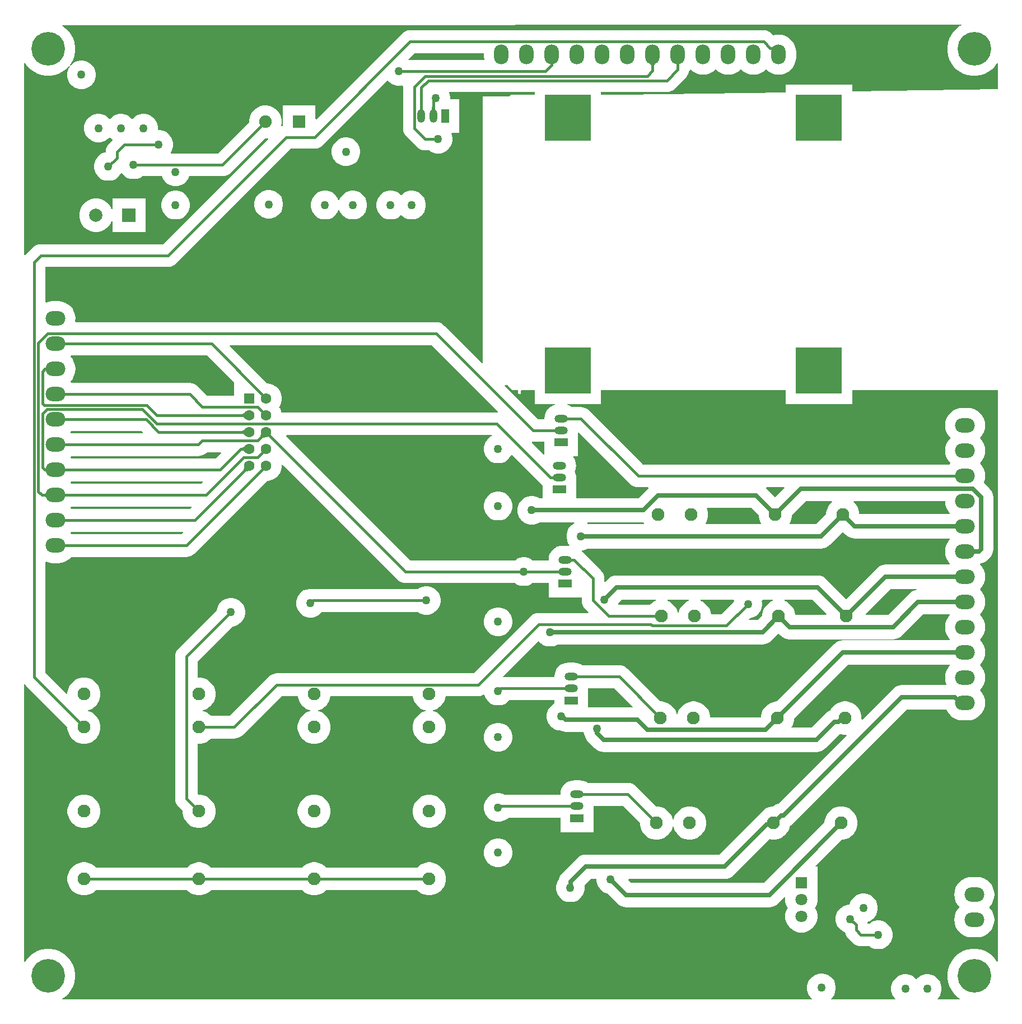
<source format=gbl>
G04*
G04 #@! TF.GenerationSoftware,Altium Limited,Altium Designer,22.3.1 (43)*
G04*
G04 Layer_Physical_Order=4*
G04 Layer_Color=16711680*
%FSLAX25Y25*%
%MOIN*%
G70*
G04*
G04 #@! TF.SameCoordinates,42F2F30E-D50D-475D-B1A6-53A476FFABF4*
G04*
G04*
G04 #@! TF.FilePolarity,Positive*
G04*
G01*
G75*
%ADD14C,0.01500*%
%ADD30R,0.07874X0.07874*%
%ADD65C,0.02500*%
%ADD68R,0.27559X0.27559*%
%ADD69C,0.07677*%
%ADD70O,0.11811X0.08661*%
%ADD71C,0.06299*%
%ADD72R,0.06299X0.06299*%
%ADD73C,0.20000*%
%ADD74R,0.07480X0.07480*%
%ADD75C,0.07480*%
%ADD76O,0.07874X0.04724*%
%ADD77R,0.07874X0.04724*%
%ADD78C,0.07087*%
%ADD79R,0.07087X0.07087*%
%ADD80O,0.04724X0.07874*%
%ADD81R,0.04724X0.07874*%
%ADD82O,0.08661X0.11811*%
%ADD83C,0.07874*%
%ADD84C,0.05000*%
G36*
X279119Y565925D02*
X279244Y564653D01*
X278909Y564283D01*
X234328D01*
X234137Y564745D01*
X237809Y568418D01*
X279119D01*
Y565925D01*
D02*
G37*
G36*
X380854Y561866D02*
X380727Y561814D01*
X380615Y561728D01*
X380518Y561608D01*
X380436Y561453D01*
X380369Y561264D01*
X380317Y561041D01*
X380280Y560783D01*
X380257Y560491D01*
X380250Y560164D01*
X378750D01*
X378743Y560491D01*
X378720Y560783D01*
X378683Y561041D01*
X378631Y561264D01*
X378564Y561453D01*
X378482Y561608D01*
X378385Y561728D01*
X378273Y561814D01*
X378146Y561866D01*
X378005Y561883D01*
X380995D01*
X380854Y561866D01*
D02*
G37*
G36*
X563355Y584996D02*
X562480Y584551D01*
X560443Y583070D01*
X558662Y581289D01*
X557182Y579252D01*
X556038Y577008D01*
X555260Y574613D01*
X554866Y572125D01*
Y569607D01*
X555260Y567120D01*
X556038Y564724D01*
X557182Y562480D01*
X558662Y560443D01*
X560443Y558662D01*
X562480Y557182D01*
X564724Y556038D01*
X567120Y555260D01*
X569607Y554866D01*
X572125D01*
X574613Y555260D01*
X577008Y556038D01*
X579252Y557182D01*
X581289Y558662D01*
X583070Y560443D01*
X584500Y562411D01*
X584995Y562374D01*
X585000Y562372D01*
Y546985D01*
X498636Y545721D01*
X498279Y546072D01*
Y549780D01*
X458720D01*
Y545137D01*
X361673Y543717D01*
X349134Y543676D01*
X348780Y544029D01*
Y545318D01*
X388000D01*
X389323Y545448D01*
X390595Y545834D01*
X391768Y546461D01*
X392796Y547304D01*
X399296Y553804D01*
X400140Y554832D01*
X400766Y556005D01*
X401152Y557277D01*
X401232Y558086D01*
X401645Y558424D01*
X402160Y558585D01*
X403733Y557294D01*
X405527Y556335D01*
X407475Y555744D01*
X409500Y555545D01*
X411525Y555744D01*
X413473Y556335D01*
X415267Y557294D01*
X416840Y558585D01*
X417160D01*
X418733Y557294D01*
X420528Y556335D01*
X422475Y555744D01*
X424500Y555545D01*
X426525Y555744D01*
X428473Y556335D01*
X430267Y557294D01*
X431840Y558585D01*
X432160D01*
X433733Y557294D01*
X435528Y556335D01*
X437475Y555744D01*
X439500Y555545D01*
X441525Y555744D01*
X443472Y556335D01*
X445267Y557294D01*
X446840Y558585D01*
X447160D01*
X448733Y557294D01*
X450527Y556335D01*
X452475Y555744D01*
X454500Y555545D01*
X456525Y555744D01*
X458472Y556335D01*
X460267Y557294D01*
X461840Y558585D01*
X463131Y560158D01*
X464090Y561953D01*
X464681Y563900D01*
X464881Y565925D01*
Y569075D01*
X464681Y571100D01*
X464090Y573047D01*
X463131Y574842D01*
X461840Y576415D01*
X460267Y577706D01*
X458472Y578665D01*
X456525Y579256D01*
X454500Y579456D01*
X452475Y579256D01*
X451448Y578944D01*
X450396Y579996D01*
X449368Y580840D01*
X448195Y581467D01*
X446923Y581853D01*
X445600Y581983D01*
X235000D01*
X233677Y581853D01*
X232404Y581467D01*
X231232Y580840D01*
X230204Y579996D01*
X179202Y528995D01*
X178740Y529186D01*
Y537240D01*
X159260D01*
Y525001D01*
X158831Y524833D01*
X158465Y525156D01*
X158740Y526541D01*
Y528459D01*
X158366Y530341D01*
X157632Y532114D01*
X156566Y533709D01*
X155209Y535066D01*
X153614Y536132D01*
X151841Y536866D01*
X149959Y537240D01*
X148041D01*
X146159Y536866D01*
X144386Y536132D01*
X142791Y535066D01*
X141434Y533709D01*
X140368Y532114D01*
X139634Y530341D01*
X139260Y528459D01*
Y527352D01*
X120691Y508783D01*
X92767D01*
X92531Y509224D01*
X93033Y509974D01*
X93673Y511521D01*
X94000Y513163D01*
Y514837D01*
X93673Y516479D01*
X93033Y518026D01*
X92102Y519418D01*
X90918Y520602D01*
X89526Y521533D01*
X87979Y522173D01*
X86337Y522500D01*
X85188D01*
X84871Y522887D01*
X84886Y522962D01*
Y524636D01*
X84559Y526278D01*
X83918Y527825D01*
X82988Y529218D01*
X81804Y530402D01*
X80412Y531332D01*
X78865Y531973D01*
X77223Y532299D01*
X75549D01*
X73906Y531973D01*
X72360Y531332D01*
X70967Y530402D01*
X70035Y529470D01*
X69693Y529270D01*
X69350Y529470D01*
X68418Y530402D01*
X67026Y531332D01*
X65479Y531973D01*
X63837Y532299D01*
X62163D01*
X60521Y531973D01*
X58974Y531332D01*
X57582Y530402D01*
X56650Y529469D01*
X56307Y529270D01*
X55964Y529469D01*
X55032Y530402D01*
X53640Y531332D01*
X52093Y531973D01*
X50451Y532299D01*
X48777D01*
X47135Y531973D01*
X45588Y531332D01*
X44196Y530402D01*
X43012Y529218D01*
X42081Y527825D01*
X41441Y526278D01*
X41114Y524636D01*
Y522962D01*
X41441Y521320D01*
X42081Y519773D01*
X43012Y518381D01*
X44196Y517197D01*
X45588Y516267D01*
X47135Y515626D01*
X48777Y515299D01*
X50451D01*
X52093Y515626D01*
X53640Y516267D01*
X55032Y517197D01*
X55964Y518129D01*
X56307Y518328D01*
X56650Y518129D01*
X57582Y517197D01*
X57927Y516966D01*
X57976Y516468D01*
X55839Y514331D01*
X54995Y513303D01*
X54368Y512131D01*
X53982Y510858D01*
X53852Y509535D01*
Y509339D01*
X53021Y509173D01*
X51474Y508533D01*
X50082Y507602D01*
X48898Y506418D01*
X47967Y505026D01*
X47327Y503479D01*
X47000Y501837D01*
Y500163D01*
X47327Y498521D01*
X47967Y496974D01*
X48898Y495582D01*
X50082Y494398D01*
X51474Y493467D01*
X53021Y492827D01*
X54663Y492500D01*
X56337D01*
X57979Y492827D01*
X59526Y493467D01*
X60918Y494398D01*
X62102Y495582D01*
X63033Y496974D01*
X63060Y497041D01*
X63558Y497090D01*
X63898Y496582D01*
X65082Y495398D01*
X66474Y494467D01*
X68021Y493827D01*
X69663Y493500D01*
X71337D01*
X72979Y493827D01*
X74526Y494467D01*
X75649Y495217D01*
X87349D01*
X87967Y493724D01*
X88898Y492332D01*
X90082Y491148D01*
X91474Y490217D01*
X93021Y489577D01*
X94663Y489250D01*
X96337D01*
X97979Y489577D01*
X99526Y490217D01*
X100918Y491148D01*
X102102Y492332D01*
X103033Y493724D01*
X103651Y495217D01*
X123500D01*
X124823Y495348D01*
X126096Y495734D01*
X127268Y496360D01*
X128296Y497204D01*
X148852Y517760D01*
X149959D01*
X150497Y517867D01*
X150733Y517426D01*
X88090Y454783D01*
X15300D01*
X13977Y454653D01*
X12704Y454267D01*
X11532Y453640D01*
X10504Y452796D01*
X6504Y448796D01*
X6000Y448183D01*
X5500Y448361D01*
Y562392D01*
X5986Y562509D01*
X6001Y562480D01*
X7481Y560443D01*
X9262Y558662D01*
X11299Y557182D01*
X13543Y556038D01*
X15938Y555260D01*
X18426Y554866D01*
X20944D01*
X23432Y555260D01*
X25827Y556038D01*
X28071Y557182D01*
X30108Y558662D01*
X31889Y560443D01*
X32118Y560758D01*
X32529Y560472D01*
X31896Y559526D01*
X31256Y557979D01*
X30929Y556337D01*
Y554663D01*
X31256Y553021D01*
X31896Y551474D01*
X32827Y550081D01*
X34011Y548898D01*
X35403Y547967D01*
X36950Y547327D01*
X38592Y547000D01*
X40266D01*
X41908Y547327D01*
X43455Y547967D01*
X44847Y548898D01*
X46031Y550081D01*
X46962Y551474D01*
X47602Y553021D01*
X47929Y554663D01*
Y556337D01*
X47602Y557979D01*
X46962Y559526D01*
X46031Y560918D01*
X44847Y562102D01*
X43455Y563033D01*
X41908Y563673D01*
X40266Y564000D01*
X38592D01*
X36950Y563673D01*
X35403Y563033D01*
X34011Y562102D01*
X32922Y561014D01*
X32540Y561339D01*
X33369Y562480D01*
X34513Y564724D01*
X35291Y567120D01*
X35685Y569607D01*
Y572125D01*
X35291Y574613D01*
X34513Y577008D01*
X33369Y579252D01*
X31889Y581289D01*
X30108Y583070D01*
X28071Y584551D01*
X28037Y584568D01*
X28153Y585054D01*
X563238Y585483D01*
X563355Y584996D01*
D02*
G37*
G36*
X221898Y552082D02*
X223082Y550898D01*
X224474Y549968D01*
X226021Y549327D01*
X227663Y549000D01*
X229337D01*
X230507Y549233D01*
X230968Y548815D01*
X230917Y548300D01*
Y523600D01*
X231048Y522277D01*
X231433Y521005D01*
X232060Y519832D01*
X232904Y518804D01*
X239204Y512504D01*
X240232Y511661D01*
X241404Y511034D01*
X242677Y510648D01*
X244000Y510518D01*
X246652D01*
X247774Y509768D01*
X249321Y509127D01*
X250963Y508800D01*
X252638D01*
X254280Y509127D01*
X255827Y509768D01*
X257219Y510698D01*
X258403Y511882D01*
X259333Y513274D01*
X259974Y514821D01*
X260300Y516463D01*
Y518138D01*
X259974Y519780D01*
X259614Y520647D01*
X259892Y521063D01*
X264362D01*
Y540937D01*
X258913D01*
Y542337D01*
X258586Y543979D01*
X258204Y544902D01*
X258482Y545318D01*
X309220D01*
Y543546D01*
X299508Y543515D01*
X299500Y544500D01*
Y543515D01*
X295000Y543500D01*
X294230Y542730D01*
X278500Y542500D01*
Y384046D01*
X278038Y383854D01*
X255496Y406396D01*
X254468Y407240D01*
X253295Y407867D01*
X252023Y408253D01*
X250700Y408383D01*
X36231D01*
X35796Y408883D01*
X35956Y410500D01*
X35756Y412525D01*
X35165Y414472D01*
X34206Y416267D01*
X32915Y417840D01*
X31342Y419131D01*
X29547Y420090D01*
X27600Y420681D01*
X25575Y420881D01*
X22425D01*
X20400Y420681D01*
X18583Y420130D01*
X18082Y420384D01*
Y441191D01*
X18109Y441218D01*
X90900D01*
X92223Y441348D01*
X93495Y441734D01*
X94668Y442361D01*
X95696Y443204D01*
X164109Y511618D01*
X178200D01*
X179523Y511748D01*
X180795Y512134D01*
X181968Y512761D01*
X182996Y513604D01*
X221512Y552120D01*
X221898Y552082D01*
D02*
G37*
G36*
X249671Y535937D02*
X249730Y535320D01*
X249782Y535069D01*
X249849Y534857D01*
X249931Y534683D01*
X250027Y534548D01*
X250138Y534452D01*
X250265Y534394D01*
X250406Y534375D01*
X247421D01*
X247562Y534394D01*
X247688Y534452D01*
X247800Y534548D01*
X247896Y534683D01*
X247978Y534857D01*
X248045Y535069D01*
X248097Y535320D01*
X248134Y535609D01*
X248156Y535937D01*
X248163Y536303D01*
X249663D01*
X249671Y535937D01*
D02*
G37*
G36*
X242584D02*
X242644Y535320D01*
X242696Y535069D01*
X242762Y534857D01*
X242844Y534683D01*
X242941Y534548D01*
X243052Y534452D01*
X243178Y534394D01*
X243319Y534375D01*
X240334D01*
X240476Y534394D01*
X240602Y534452D01*
X240713Y534548D01*
X240809Y534683D01*
X240891Y534857D01*
X240958Y535069D01*
X241010Y535320D01*
X241047Y535609D01*
X241069Y535937D01*
X241077Y536303D01*
X242577D01*
X242584Y535937D01*
D02*
G37*
G36*
X130470Y372438D02*
X130350Y372150D01*
X130350D01*
Y364783D01*
X114309D01*
X108796Y370296D01*
X107768Y371140D01*
X106596Y371766D01*
X105323Y372152D01*
X104000Y372283D01*
X33373D01*
X32915Y372840D01*
Y373160D01*
X34206Y374733D01*
X35165Y376527D01*
X35756Y378475D01*
X35956Y380500D01*
X35756Y382525D01*
X35165Y384472D01*
X34206Y386267D01*
X32915Y387840D01*
Y388160D01*
X33373Y388717D01*
X114190D01*
X130470Y372438D01*
D02*
G37*
G36*
X585000Y28179D02*
X584995Y28177D01*
X584500Y28141D01*
X583070Y30108D01*
X581289Y31889D01*
X579252Y33369D01*
X577008Y34513D01*
X574613Y35291D01*
X572125Y35685D01*
X569607D01*
X567120Y35291D01*
X564724Y34513D01*
X562480Y33369D01*
X560443Y31889D01*
X558662Y30108D01*
X557182Y28071D01*
X556038Y25827D01*
X555260Y23432D01*
X554866Y20944D01*
Y18426D01*
X555260Y15938D01*
X556038Y13543D01*
X557182Y11299D01*
X558662Y9262D01*
X560443Y7481D01*
X562480Y6001D01*
X562508Y5986D01*
X562392Y5500D01*
X549174D01*
X548983Y5962D01*
X549602Y6582D01*
X550533Y7974D01*
X551173Y9521D01*
X551500Y11163D01*
Y12837D01*
X551173Y14479D01*
X550533Y16026D01*
X549602Y17418D01*
X548418Y18602D01*
X547026Y19533D01*
X545479Y20173D01*
X543837Y20500D01*
X542163D01*
X540521Y20173D01*
X538974Y19533D01*
X537581Y18602D01*
X536500Y17521D01*
X535418Y18602D01*
X534026Y19533D01*
X532479Y20173D01*
X530837Y20500D01*
X529163D01*
X527521Y20173D01*
X525974Y19533D01*
X524581Y18602D01*
X523398Y17418D01*
X522467Y16026D01*
X521827Y14479D01*
X521500Y12837D01*
Y11163D01*
X521827Y9521D01*
X522467Y7974D01*
X523398Y6582D01*
X524017Y5962D01*
X523826Y5500D01*
X485666D01*
X485521Y6000D01*
X486602Y7081D01*
X487533Y8474D01*
X488173Y10021D01*
X488500Y11663D01*
Y13337D01*
X488173Y14979D01*
X487533Y16526D01*
X486602Y17918D01*
X485418Y19102D01*
X484026Y20033D01*
X482479Y20673D01*
X480837Y21000D01*
X479163D01*
X477521Y20673D01*
X475974Y20033D01*
X474581Y19102D01*
X473398Y17918D01*
X472467Y16526D01*
X471827Y14979D01*
X471500Y13337D01*
Y11663D01*
X471827Y10021D01*
X472467Y8474D01*
X473398Y7081D01*
X474479Y6000D01*
X474334Y5500D01*
X28159D01*
X28043Y5986D01*
X28071Y6001D01*
X30108Y7481D01*
X31889Y9262D01*
X33369Y11299D01*
X34513Y13543D01*
X35291Y15938D01*
X35685Y18426D01*
Y20944D01*
X35291Y23432D01*
X34513Y25827D01*
X33369Y28071D01*
X31889Y30108D01*
X30108Y31889D01*
X28071Y33369D01*
X25827Y34513D01*
X23432Y35291D01*
X20944Y35685D01*
X18426D01*
X15938Y35291D01*
X13543Y34513D01*
X11299Y33369D01*
X9262Y31889D01*
X7481Y30108D01*
X6001Y28071D01*
X5986Y28043D01*
X5500Y28159D01*
Y192839D01*
X6000Y193018D01*
X6504Y192404D01*
X31161Y167747D01*
Y166531D01*
X31539Y164631D01*
X32281Y162840D01*
X33358Y161229D01*
X34728Y159858D01*
X36340Y158782D01*
X38130Y158040D01*
X40031Y157662D01*
X41969D01*
X43870Y158040D01*
X45660Y158782D01*
X47272Y159858D01*
X48642Y161229D01*
X49719Y162840D01*
X50460Y164631D01*
X50839Y166531D01*
Y168469D01*
X50460Y170370D01*
X49719Y172161D01*
X48642Y173772D01*
X47272Y175143D01*
X45660Y176219D01*
X43870Y176961D01*
X43231Y177088D01*
Y177598D01*
X43870Y177725D01*
X45660Y178466D01*
X47272Y179543D01*
X48642Y180914D01*
X49719Y182525D01*
X50460Y184316D01*
X50839Y186216D01*
Y188154D01*
X50460Y190055D01*
X49719Y191846D01*
X48642Y193457D01*
X47272Y194827D01*
X45660Y195904D01*
X43870Y196646D01*
X41969Y197024D01*
X40031D01*
X38130Y196646D01*
X36340Y195904D01*
X34728Y194827D01*
X33358Y193457D01*
X32281Y191846D01*
X31539Y190055D01*
X31161Y188154D01*
Y187584D01*
X30700Y187393D01*
X18082Y200010D01*
Y265616D01*
X18583Y265870D01*
X20400Y265319D01*
X22425Y265119D01*
X25575D01*
X27600Y265319D01*
X29547Y265910D01*
X31342Y266869D01*
X32915Y268160D01*
X33373Y268717D01*
X102000D01*
X103323Y268848D01*
X104596Y269234D01*
X105768Y269860D01*
X106796Y270704D01*
X149943Y313850D01*
X150401D01*
X152169Y314202D01*
X153834Y314892D01*
X155333Y315893D01*
X156607Y317167D01*
X157608Y318666D01*
X158298Y320331D01*
X158650Y322099D01*
Y323551D01*
X159150Y323758D01*
X227704Y255204D01*
X228732Y254360D01*
X229904Y253734D01*
X231177Y253348D01*
X232500Y253217D01*
X297560D01*
X298682Y252467D01*
X300229Y251827D01*
X301871Y251500D01*
X303546D01*
X305188Y251827D01*
X306735Y252467D01*
X307857Y253217D01*
X317563D01*
Y244551D01*
X337217D01*
Y242900D01*
X337348Y241577D01*
X337733Y240305D01*
X338360Y239132D01*
X339204Y238104D01*
X341363Y235945D01*
X341172Y235483D01*
X311600D01*
X310277Y235353D01*
X309004Y234967D01*
X307832Y234340D01*
X306804Y233496D01*
X272890Y199583D01*
X155800D01*
X154476Y199453D01*
X153204Y199067D01*
X152032Y198440D01*
X151004Y197596D01*
X127690Y174283D01*
X116631D01*
X115772Y175143D01*
X114160Y176219D01*
X112370Y176961D01*
X111731Y177088D01*
Y177598D01*
X112370Y177725D01*
X114160Y178466D01*
X115772Y179543D01*
X117142Y180914D01*
X118219Y182525D01*
X118960Y184316D01*
X119339Y186216D01*
Y188154D01*
X118960Y190055D01*
X118219Y191846D01*
X117142Y193457D01*
X115772Y194827D01*
X114160Y195904D01*
X112370Y196646D01*
X110469Y197024D01*
X108783D01*
Y206691D01*
X129555Y227464D01*
X130879Y227727D01*
X132426Y228368D01*
X133818Y229298D01*
X135002Y230482D01*
X135932Y231874D01*
X136573Y233421D01*
X136900Y235063D01*
Y236738D01*
X136573Y238380D01*
X135932Y239927D01*
X135002Y241319D01*
X133818Y242503D01*
X132426Y243433D01*
X130879Y244074D01*
X129237Y244400D01*
X127563D01*
X125920Y244074D01*
X124373Y243433D01*
X122981Y242503D01*
X121797Y241319D01*
X120867Y239927D01*
X120226Y238380D01*
X119963Y237056D01*
X97204Y214297D01*
X96360Y213269D01*
X95734Y212096D01*
X95348Y210824D01*
X95217Y209501D01*
Y125000D01*
X95348Y123677D01*
X95734Y122405D01*
X96360Y121232D01*
X97204Y120204D01*
X99661Y117747D01*
Y116531D01*
X100040Y114631D01*
X100781Y112840D01*
X101858Y111229D01*
X103228Y109858D01*
X104840Y108782D01*
X106630Y108040D01*
X108531Y107662D01*
X110469D01*
X112370Y108040D01*
X114160Y108782D01*
X115772Y109858D01*
X117142Y111229D01*
X118219Y112840D01*
X118960Y114631D01*
X119339Y116531D01*
Y118469D01*
X118960Y120370D01*
X118219Y122161D01*
X117142Y123772D01*
X115772Y125143D01*
X114160Y126219D01*
X112370Y126961D01*
X110469Y127339D01*
X109254D01*
X108783Y127810D01*
Y157662D01*
X110469D01*
X112370Y158040D01*
X114160Y158782D01*
X115772Y159858D01*
X116631Y160718D01*
X130500D01*
X131823Y160848D01*
X133095Y161234D01*
X134268Y161861D01*
X135296Y162704D01*
X158609Y186018D01*
X168201D01*
X168540Y184316D01*
X169281Y182525D01*
X170358Y180914D01*
X171728Y179543D01*
X173340Y178466D01*
X175130Y177725D01*
X175769Y177598D01*
Y177088D01*
X175130Y176961D01*
X173340Y176219D01*
X171728Y175143D01*
X170358Y173772D01*
X169281Y172161D01*
X168540Y170370D01*
X168161Y168469D01*
Y166531D01*
X168540Y164631D01*
X169281Y162840D01*
X170358Y161229D01*
X171728Y159858D01*
X173340Y158782D01*
X175130Y158040D01*
X177031Y157662D01*
X178969D01*
X180870Y158040D01*
X182660Y158782D01*
X184272Y159858D01*
X185642Y161229D01*
X186719Y162840D01*
X187460Y164631D01*
X187839Y166531D01*
Y168469D01*
X187460Y170370D01*
X186719Y172161D01*
X185642Y173772D01*
X184272Y175143D01*
X182660Y176219D01*
X180870Y176961D01*
X180231Y177088D01*
Y177598D01*
X180870Y177725D01*
X182660Y178466D01*
X184272Y179543D01*
X185642Y180914D01*
X186719Y182525D01*
X187460Y184316D01*
X187799Y186018D01*
X236701D01*
X237039Y184316D01*
X237781Y182525D01*
X238858Y180914D01*
X240228Y179543D01*
X241840Y178466D01*
X243630Y177725D01*
X244269Y177598D01*
Y177088D01*
X243630Y176961D01*
X241840Y176219D01*
X240228Y175143D01*
X238858Y173772D01*
X237781Y172161D01*
X237039Y170370D01*
X236661Y168469D01*
Y166531D01*
X237039Y164631D01*
X237781Y162840D01*
X238858Y161229D01*
X240228Y159858D01*
X241840Y158782D01*
X243630Y158040D01*
X245531Y157662D01*
X247469D01*
X249370Y158040D01*
X251160Y158782D01*
X252772Y159858D01*
X254142Y161229D01*
X255219Y162840D01*
X255960Y164631D01*
X256339Y166531D01*
Y168469D01*
X255960Y170370D01*
X255219Y172161D01*
X254142Y173772D01*
X252772Y175143D01*
X251160Y176219D01*
X249370Y176961D01*
X248731Y177088D01*
Y177598D01*
X249370Y177725D01*
X251160Y178466D01*
X252772Y179543D01*
X254142Y180914D01*
X255219Y182525D01*
X255960Y184316D01*
X256299Y186018D01*
X275700D01*
X277023Y186148D01*
X278295Y186534D01*
X278855Y186833D01*
X279307Y186619D01*
X279327Y186521D01*
X279968Y184974D01*
X280898Y183582D01*
X282082Y182398D01*
X283474Y181468D01*
X285021Y180827D01*
X286663Y180500D01*
X288337D01*
X289980Y180827D01*
X291527Y181468D01*
X292919Y182398D01*
X294103Y183582D01*
X294193Y183717D01*
X321063D01*
Y181570D01*
X320974Y181533D01*
X319582Y180602D01*
X318398Y179418D01*
X317467Y178026D01*
X316827Y176479D01*
X316500Y174837D01*
Y173163D01*
X316827Y171521D01*
X317467Y169974D01*
X318398Y168582D01*
X319582Y167398D01*
X320974Y166467D01*
X322521Y165827D01*
X324163Y165500D01*
X324457D01*
X324889Y165269D01*
X326255Y164855D01*
X327677Y164715D01*
X338182D01*
X338256Y164341D01*
X338897Y162794D01*
X339398Y162044D01*
X339699Y161053D01*
X340372Y159793D01*
X341278Y158689D01*
X345119Y154849D01*
X346223Y153943D01*
X347482Y153270D01*
X348849Y152855D01*
X350270Y152715D01*
X477098D01*
X478519Y152855D01*
X479885Y153270D01*
X481145Y153943D01*
X482249Y154849D01*
X490672Y163271D01*
X491520Y163355D01*
X491733Y163419D01*
X493031Y163161D01*
X494695D01*
X494902Y162661D01*
X454234Y121993D01*
X453144Y121662D01*
X451884Y120989D01*
X451091Y120338D01*
X450531D01*
X448630Y119960D01*
X446839Y119219D01*
X445228Y118142D01*
X443857Y116771D01*
X442867Y115289D01*
X442101Y114661D01*
X419226Y91785D01*
X339743D01*
X338322Y91645D01*
X336955Y91230D01*
X335696Y90557D01*
X334592Y89651D01*
X325640Y80699D01*
X324734Y79595D01*
X324061Y78336D01*
X323687Y77103D01*
X322967Y76026D01*
X322327Y74479D01*
X322000Y72837D01*
Y71163D01*
X322327Y69521D01*
X322967Y67974D01*
X323898Y66582D01*
X325082Y65398D01*
X326474Y64467D01*
X328021Y63827D01*
X329663Y63500D01*
X331337D01*
X332979Y63827D01*
X334526Y64467D01*
X335918Y65398D01*
X337102Y66582D01*
X338033Y67974D01*
X338673Y69521D01*
X339000Y71163D01*
Y72837D01*
X338898Y73352D01*
X342761Y77215D01*
X346000D01*
Y76163D01*
X346327Y74521D01*
X346967Y72974D01*
X347898Y71582D01*
X349082Y70398D01*
X350474Y69467D01*
X352021Y68827D01*
X352458Y68740D01*
X358599Y62599D01*
X359703Y61693D01*
X360962Y61019D01*
X362329Y60605D01*
X363750Y60465D01*
X448907D01*
X450329Y60605D01*
X451695Y61019D01*
X452955Y61693D01*
X454059Y62599D01*
X457995Y66535D01*
X458457Y66343D01*
Y64060D01*
X458823Y62216D01*
X459543Y60479D01*
X459863Y60000D01*
X459543Y59520D01*
X458823Y57784D01*
X458457Y55940D01*
Y54060D01*
X458823Y52216D01*
X459543Y50480D01*
X460587Y48917D01*
X461916Y47587D01*
X463480Y46543D01*
X465216Y45823D01*
X467060Y45457D01*
X468940D01*
X470784Y45823D01*
X472520Y46543D01*
X474084Y47587D01*
X475413Y48917D01*
X476457Y50480D01*
X477177Y52216D01*
X477543Y54060D01*
Y55940D01*
X477177Y57784D01*
X476457Y59520D01*
X476137Y60000D01*
X476457Y60479D01*
X477177Y62216D01*
X477543Y64060D01*
Y65457D01*
Y84543D01*
X476657D01*
X476465Y85005D01*
X492121Y100661D01*
X492626D01*
X494527Y101039D01*
X496317Y101781D01*
X497929Y102858D01*
X499299Y104228D01*
X500376Y105840D01*
X501118Y107630D01*
X501496Y109531D01*
Y111469D01*
X501118Y113370D01*
X500376Y115160D01*
X499299Y116771D01*
X497929Y118142D01*
X496317Y119219D01*
X494527Y119960D01*
X492626Y120338D01*
X490688D01*
X488787Y119960D01*
X486997Y119219D01*
X485386Y118142D01*
X484015Y116771D01*
X482938Y115160D01*
X482197Y113370D01*
X481819Y111469D01*
Y110964D01*
X445890Y75035D01*
X366768D01*
X365050Y76753D01*
X365241Y77215D01*
X422243D01*
X423665Y77355D01*
X425031Y77770D01*
X426291Y78443D01*
X427395Y79349D01*
X449010Y100964D01*
X450531Y100661D01*
X452469D01*
X454369Y101039D01*
X456160Y101781D01*
X457771Y102858D01*
X459142Y104228D01*
X460218Y105840D01*
X460960Y107630D01*
X461170Y108686D01*
X461522Y108874D01*
X462626Y109780D01*
X530811Y177965D01*
X554368D01*
X555294Y176233D01*
X556585Y174660D01*
X558158Y173369D01*
X559953Y172409D01*
X561900Y171819D01*
X563925Y171619D01*
X567075D01*
X569100Y171819D01*
X571047Y172409D01*
X572842Y173369D01*
X574415Y174660D01*
X575706Y176233D01*
X576665Y178027D01*
X577256Y179975D01*
X577456Y182000D01*
X577256Y184025D01*
X576665Y185972D01*
X575706Y187767D01*
X574576Y189145D01*
X574465Y189500D01*
X574576Y189855D01*
X575706Y191233D01*
X576665Y193027D01*
X577256Y194975D01*
X577456Y197000D01*
X577256Y199025D01*
X576665Y200973D01*
X575706Y202767D01*
X574576Y204145D01*
X574465Y204500D01*
X574576Y204855D01*
X575706Y206233D01*
X576665Y208027D01*
X577256Y209975D01*
X577456Y212000D01*
X577256Y214025D01*
X576665Y215972D01*
X575706Y217767D01*
X574576Y219145D01*
X574465Y219500D01*
X574576Y219855D01*
X575706Y221233D01*
X576665Y223027D01*
X577256Y224975D01*
X577456Y227000D01*
X577256Y229025D01*
X576665Y230973D01*
X575706Y232767D01*
X574576Y234145D01*
X574465Y234500D01*
X574576Y234855D01*
X575706Y236233D01*
X576665Y238027D01*
X577256Y239975D01*
X577456Y242000D01*
X577256Y244025D01*
X576665Y245972D01*
X575706Y247767D01*
X574576Y249145D01*
X574465Y249500D01*
X574576Y249855D01*
X575706Y251233D01*
X576665Y253027D01*
X577256Y254975D01*
X577456Y257000D01*
X577256Y259025D01*
X576665Y260972D01*
X575706Y262767D01*
X574576Y264145D01*
X574505Y264373D01*
X574790Y264839D01*
X574957Y264855D01*
X576323Y265269D01*
X577583Y265943D01*
X578687Y266849D01*
X580151Y268313D01*
X581057Y269417D01*
X581731Y270677D01*
X582145Y272043D01*
X582285Y273464D01*
Y304300D01*
X582145Y305721D01*
X581731Y307088D01*
X581057Y308348D01*
X580151Y309452D01*
X576634Y312969D01*
X576665Y313027D01*
X577256Y314975D01*
X577456Y317000D01*
X577256Y319025D01*
X576665Y320972D01*
X575706Y322767D01*
X574576Y324145D01*
X574465Y324500D01*
X574576Y324855D01*
X575706Y326233D01*
X576665Y328027D01*
X577256Y329975D01*
X577456Y332000D01*
X577256Y334025D01*
X576665Y335972D01*
X575706Y337767D01*
X574576Y339145D01*
X574465Y339500D01*
X574576Y339855D01*
X575706Y341233D01*
X576665Y343027D01*
X577256Y344975D01*
X577456Y347000D01*
X577256Y349025D01*
X576665Y350973D01*
X575706Y352767D01*
X574415Y354340D01*
X572842Y355631D01*
X571047Y356591D01*
X569100Y357181D01*
X567075Y357381D01*
X563925D01*
X561900Y357181D01*
X559953Y356591D01*
X558158Y355631D01*
X556585Y354340D01*
X555294Y352767D01*
X554335Y350973D01*
X553744Y349025D01*
X553545Y347000D01*
X553744Y344975D01*
X554335Y343027D01*
X555294Y341233D01*
X556585Y339660D01*
Y339340D01*
X555294Y337767D01*
X554335Y335972D01*
X553744Y334025D01*
X553545Y332000D01*
X553744Y329975D01*
X554335Y328027D01*
X555294Y326233D01*
X556585Y324660D01*
X556424Y324145D01*
X556127Y323783D01*
X373710D01*
X341610Y355883D01*
X340582Y356726D01*
X339409Y357353D01*
X338137Y357739D01*
X336814Y357869D01*
X331491D01*
X331243Y358073D01*
X329790Y358850D01*
X328568Y359220D01*
X328642Y359720D01*
X348780D01*
Y368000D01*
X458720D01*
Y359720D01*
X498279D01*
Y368000D01*
X585000D01*
Y28179D01*
D02*
G37*
G36*
X287491Y355218D02*
X287263Y354737D01*
X286801Y354783D01*
X158474D01*
X158298Y355669D01*
X157608Y357334D01*
X157163Y358000D01*
X157608Y358666D01*
X158298Y360331D01*
X158650Y362099D01*
Y363901D01*
X158298Y365669D01*
X157608Y367334D01*
X156607Y368832D01*
X155333Y370107D01*
X153834Y371108D01*
X152169Y371798D01*
X150401Y372150D01*
X149943D01*
X127736Y394356D01*
X127928Y394818D01*
X247890D01*
X287491Y355218D01*
D02*
G37*
G36*
X137251Y350795D02*
X136967Y351072D01*
X136409Y351537D01*
X136134Y351726D01*
X135863Y351886D01*
X135594Y352017D01*
X135329Y352119D01*
X135067Y352192D01*
X134808Y352235D01*
X134551Y352250D01*
Y353750D01*
X134808Y353765D01*
X135067Y353808D01*
X135329Y353881D01*
X135594Y353983D01*
X135863Y354114D01*
X136134Y354274D01*
X136409Y354463D01*
X136686Y354681D01*
X136967Y354928D01*
X137251Y355205D01*
Y350795D01*
D02*
G37*
G36*
X293500Y370500D02*
X296000Y368000D01*
X299500D01*
Y366000D01*
X300000Y365500D01*
X301000D01*
X300982Y367645D01*
X301334Y368000D01*
X309220D01*
Y359720D01*
X321358D01*
X321432Y359220D01*
X320210Y358850D01*
X318757Y358073D01*
X317484Y357028D01*
X316439Y355755D01*
X315662Y354302D01*
X315184Y352726D01*
X315022Y351087D01*
X314747Y350783D01*
X311110D01*
X291354Y370538D01*
X291546Y371000D01*
X293500D01*
Y370500D01*
D02*
G37*
G36*
X76163Y342745D02*
X75972Y342283D01*
X33373D01*
X33076Y342645D01*
X32965Y343000D01*
X33076Y343355D01*
X33373Y343717D01*
X75190D01*
X76163Y342745D01*
D02*
G37*
G36*
X137251Y340795D02*
X136967Y341072D01*
X136409Y341537D01*
X136134Y341726D01*
X135863Y341886D01*
X135594Y342017D01*
X135329Y342119D01*
X135067Y342192D01*
X134808Y342235D01*
X134551Y342250D01*
Y343750D01*
X134808Y343764D01*
X135067Y343808D01*
X135329Y343881D01*
X135594Y343983D01*
X135863Y344114D01*
X136134Y344274D01*
X136409Y344463D01*
X136686Y344681D01*
X136967Y344928D01*
X137251Y345205D01*
Y340795D01*
D02*
G37*
G36*
X149469Y339850D02*
X149073Y339845D01*
X148349Y339780D01*
X148021Y339720D01*
X147716Y339641D01*
X147433Y339543D01*
X147174Y339428D01*
X146937Y339294D01*
X146722Y339141D01*
X146531Y338970D01*
X145470Y340031D01*
X145641Y340223D01*
X145794Y340437D01*
X145928Y340674D01*
X146044Y340933D01*
X146141Y341216D01*
X146220Y341521D01*
X146280Y341849D01*
X146322Y342199D01*
X146345Y342572D01*
X146351Y342969D01*
X149469Y339850D01*
D02*
G37*
G36*
X137198Y330851D02*
X136936Y331116D01*
X136674Y331354D01*
X136411Y331564D01*
X136147Y331746D01*
X135883Y331900D01*
X135618Y332026D01*
X135352Y332124D01*
X135086Y332194D01*
X134819Y332236D01*
X134551Y332250D01*
Y333750D01*
X134819Y333764D01*
X135086Y333806D01*
X135352Y333876D01*
X135618Y333974D01*
X135883Y334100D01*
X136147Y334254D01*
X136411Y334436D01*
X136674Y334646D01*
X136936Y334883D01*
X137198Y335149D01*
Y330851D01*
D02*
G37*
G36*
X308300Y337217D02*
X315063D01*
Y329983D01*
X314601Y329792D01*
X307578Y336815D01*
X307791Y337267D01*
X308300Y337217D01*
D02*
G37*
G36*
X122572Y330656D02*
X119199Y327283D01*
X33373D01*
X32915Y327840D01*
Y328160D01*
X33373Y328717D01*
X109099D01*
X110423Y328848D01*
X111695Y329234D01*
X112868Y329860D01*
X113895Y330704D01*
X114309Y331118D01*
X122380D01*
X122572Y330656D01*
D02*
G37*
G36*
X139469Y319850D02*
X139073Y319845D01*
X138349Y319780D01*
X138021Y319720D01*
X137716Y319641D01*
X137433Y319543D01*
X137174Y319428D01*
X136937Y319294D01*
X136723Y319141D01*
X136531Y318970D01*
X135470Y320031D01*
X135641Y320222D01*
X135794Y320437D01*
X135928Y320674D01*
X136044Y320933D01*
X136141Y321216D01*
X136220Y321521D01*
X136280Y321849D01*
X136322Y322199D01*
X136345Y322572D01*
X136351Y322969D01*
X139469Y319850D01*
D02*
G37*
G36*
X111763Y313255D02*
X110790Y312283D01*
X33373D01*
X32915Y312840D01*
Y313160D01*
X33373Y313717D01*
X111571D01*
X111763Y313255D01*
D02*
G37*
G36*
X457953Y309755D02*
X452500Y304303D01*
X447047Y309755D01*
X447239Y310217D01*
X457761D01*
X457953Y309755D01*
D02*
G37*
G36*
X18383Y304005D02*
X18366Y304146D01*
X18314Y304273D01*
X18228Y304385D01*
X18108Y304482D01*
X17953Y304564D01*
X17764Y304631D01*
X17541Y304683D01*
X17283Y304720D01*
X16991Y304743D01*
X16664Y304750D01*
Y306250D01*
X16991Y306257D01*
X17283Y306280D01*
X17541Y306317D01*
X17764Y306369D01*
X17953Y306436D01*
X18108Y306518D01*
X18228Y306615D01*
X18314Y306727D01*
X18366Y306854D01*
X18383Y306995D01*
Y304005D01*
D02*
G37*
G36*
X366104Y312204D02*
X367132Y311360D01*
X368305Y310734D01*
X369577Y310348D01*
X370900Y310217D01*
X376699D01*
X376891Y309755D01*
X370920Y303785D01*
X333937D01*
Y315589D01*
X333978Y316000D01*
X333937Y316411D01*
Y317276D01*
X333852D01*
X333816Y317639D01*
X333338Y319215D01*
X333163Y319543D01*
X333338Y319871D01*
X333816Y321447D01*
X333978Y323087D01*
X333816Y324726D01*
X333338Y326302D01*
X332561Y327755D01*
X332279Y328099D01*
X332492Y328551D01*
X334937D01*
Y342718D01*
X335399Y342909D01*
X366104Y312204D01*
D02*
G37*
G36*
X283915Y340747D02*
X283908Y340712D01*
X283474Y340533D01*
X282082Y339602D01*
X280898Y338418D01*
X279968Y337026D01*
X279327Y335479D01*
X279000Y333837D01*
Y332163D01*
X279327Y330521D01*
X279968Y328974D01*
X280898Y327582D01*
X282082Y326398D01*
X283474Y325467D01*
X285021Y324827D01*
X286663Y324500D01*
X288337D01*
X289980Y324827D01*
X291527Y325467D01*
X292919Y326398D01*
X294103Y327582D01*
X295033Y328974D01*
X295213Y329408D01*
X295703Y329506D01*
X314005Y311204D01*
X314063Y311156D01*
Y303785D01*
X311897D01*
X311526Y304033D01*
X309979Y304673D01*
X308337Y305000D01*
X306663D01*
X305021Y304673D01*
X303474Y304033D01*
X302082Y303102D01*
X300898Y301918D01*
X299967Y300526D01*
X299327Y298979D01*
X299000Y297337D01*
Y295663D01*
X299327Y294021D01*
X299967Y292474D01*
X300898Y291082D01*
X302082Y289898D01*
X303474Y288967D01*
X305021Y288327D01*
X306663Y288000D01*
X308337D01*
X309979Y288327D01*
X311526Y288967D01*
X311897Y289215D01*
X332792D01*
X332890Y288724D01*
X332674Y288635D01*
X331281Y287705D01*
X330097Y286521D01*
X329167Y285129D01*
X328526Y283582D01*
X328200Y281940D01*
Y280265D01*
X328526Y278623D01*
X329167Y277076D01*
X329949Y275905D01*
X329665Y275431D01*
X329075Y275489D01*
X325925D01*
X324286Y275328D01*
X322710Y274850D01*
X321257Y274073D01*
X319984Y273028D01*
X318939Y271755D01*
X318162Y270302D01*
X317684Y268726D01*
X317523Y267087D01*
X317247Y266783D01*
X307857D01*
X306735Y267533D01*
X305188Y268173D01*
X303546Y268500D01*
X301871D01*
X300229Y268173D01*
X298682Y267533D01*
X297560Y266783D01*
X235310D01*
X161336Y340756D01*
X161528Y341218D01*
X283821D01*
X283915Y340747D01*
D02*
G37*
G36*
X105163Y298255D02*
X104191Y297283D01*
X33373D01*
X32915Y297840D01*
Y298160D01*
X33373Y298717D01*
X104972D01*
X105163Y298255D01*
D02*
G37*
G36*
X553545Y302000D02*
X553744Y299975D01*
X554335Y298027D01*
X555294Y296233D01*
X556482Y294785D01*
X556337Y294372D01*
X556261Y294285D01*
X502675D01*
X502496Y294464D01*
Y294969D01*
X502118Y296870D01*
X501376Y298660D01*
X500300Y300272D01*
X499056Y301515D01*
X499235Y302015D01*
X553531D01*
X553545Y302000D01*
D02*
G37*
G36*
X486259Y301515D02*
X485015Y300272D01*
X483939Y298660D01*
X483197Y296870D01*
X482819Y294969D01*
Y294464D01*
X476742Y288387D01*
X461113D01*
X460877Y288828D01*
X461219Y289340D01*
X461961Y291130D01*
X462339Y293031D01*
Y293536D01*
X470818Y302015D01*
X486080D01*
X486259Y301515D01*
D02*
G37*
G36*
X442661Y293536D02*
Y293031D01*
X443040Y291130D01*
X443781Y289340D01*
X444123Y288828D01*
X443887Y288387D01*
X411113D01*
X410877Y288828D01*
X411219Y289340D01*
X411961Y291130D01*
X412339Y293031D01*
Y294969D01*
X411961Y296870D01*
X411617Y297699D01*
X411895Y298115D01*
X438082D01*
X442661Y293536D01*
D02*
G37*
G36*
X374438Y288828D02*
X374202Y288387D01*
X341096D01*
X340726Y288635D01*
X340510Y288724D01*
X340607Y289215D01*
X373938D01*
X374165Y289237D01*
X374438Y288828D01*
D02*
G37*
G36*
X100163Y283255D02*
X99190Y282283D01*
X33373D01*
X32915Y282840D01*
Y283160D01*
X33373Y283717D01*
X99972D01*
X100163Y283255D01*
D02*
G37*
G36*
X494506Y281849D02*
X495610Y280943D01*
X496870Y280269D01*
X498236Y279855D01*
X499657Y279715D01*
X556261D01*
X556337Y279628D01*
X556482Y279215D01*
X555294Y277767D01*
X554335Y275973D01*
X553744Y274025D01*
X553545Y272000D01*
X553744Y269975D01*
X554335Y268027D01*
X555294Y266233D01*
X556482Y264785D01*
X556337Y264372D01*
X556261Y264285D01*
X518157D01*
X516736Y264145D01*
X515369Y263731D01*
X514110Y263057D01*
X513006Y262151D01*
X494657Y243803D01*
X482809Y255651D01*
X481705Y256557D01*
X480445Y257230D01*
X479079Y257645D01*
X477658Y257785D01*
X358099D01*
X356678Y257645D01*
X355311Y257230D01*
X354052Y256557D01*
X352948Y255651D01*
X351244Y253948D01*
X350782Y254139D01*
Y255900D01*
X350652Y257224D01*
X350266Y258496D01*
X349639Y259669D01*
X348796Y260696D01*
X337610Y271883D01*
X337306Y272132D01*
X337475Y272602D01*
X337537D01*
X339179Y272929D01*
X340726Y273570D01*
X341096Y273817D01*
X479760D01*
X481181Y273957D01*
X482548Y274372D01*
X483807Y275045D01*
X484911Y275951D01*
X492657Y283697D01*
X494506Y281849D01*
D02*
G37*
G36*
X381352Y242715D02*
X380155Y242219D01*
X378543Y241142D01*
X377684Y240283D01*
X359242D01*
X359051Y240568D01*
X358985Y240783D01*
X359060Y241158D01*
X361117Y243215D01*
X381253D01*
X381352Y242715D01*
D02*
G37*
G36*
X401037D02*
X399840Y242219D01*
X398228Y241142D01*
X396858Y239772D01*
X395781Y238160D01*
X395040Y236370D01*
X394912Y235731D01*
X394403D01*
X394275Y236370D01*
X393534Y238160D01*
X392457Y239772D01*
X391087Y241142D01*
X389475Y242219D01*
X388278Y242715D01*
X388377Y243215D01*
X400938D01*
X401037Y242715D01*
D02*
G37*
G36*
X427934Y242715D02*
X427763Y241856D01*
X420590Y234683D01*
X414296D01*
X413961Y236370D01*
X413219Y238160D01*
X412142Y239772D01*
X410772Y241142D01*
X409160Y242219D01*
X407963Y242715D01*
X408063Y243215D01*
X427524D01*
X427934Y242715D01*
D02*
G37*
G36*
X536787Y249215D02*
X536078Y249145D01*
X534712Y248730D01*
X533452Y248057D01*
X532348Y247151D01*
X519582Y234385D01*
X506499D01*
X506307Y234847D01*
X521175Y249715D01*
X536763D01*
X536787Y249215D01*
D02*
G37*
G36*
X483007Y234847D02*
X482816Y234385D01*
X464339D01*
Y234469D01*
X463961Y236370D01*
X463219Y238160D01*
X462142Y239772D01*
X460772Y241142D01*
X459160Y242219D01*
X457963Y242715D01*
X458063Y243215D01*
X474640D01*
X483007Y234847D01*
D02*
G37*
G36*
X451037Y242715D02*
X449840Y242219D01*
X448228Y241142D01*
X446858Y239772D01*
X445781Y238160D01*
X445040Y236370D01*
X444661Y234469D01*
Y233964D01*
X441983Y231285D01*
X437030D01*
X436839Y231747D01*
X437355Y232264D01*
X438679Y232527D01*
X440226Y233168D01*
X441618Y234098D01*
X442802Y235282D01*
X443732Y236674D01*
X444373Y238221D01*
X444700Y239863D01*
Y241538D01*
X444466Y242715D01*
X444876Y243215D01*
X450938D01*
X451037Y242715D01*
D02*
G37*
G36*
X556337Y234628D02*
X556482Y234215D01*
X555294Y232767D01*
X554335Y230973D01*
X553744Y229025D01*
X553545Y227000D01*
X553744Y224975D01*
X554335Y223027D01*
X555294Y221233D01*
X556482Y219785D01*
X556337Y219372D01*
X556261Y219285D01*
X492842D01*
X491421Y219145D01*
X490055Y218730D01*
X488795Y218057D01*
X487691Y217151D01*
X453378Y182839D01*
X452873D01*
X450973Y182460D01*
X449182Y181719D01*
X447571Y180642D01*
X446200Y179272D01*
X445124Y177660D01*
X444382Y175870D01*
X444004Y173969D01*
Y173464D01*
X443825Y173285D01*
X413681D01*
Y173969D01*
X413303Y175870D01*
X412561Y177660D01*
X411484Y179272D01*
X410114Y180642D01*
X408503Y181719D01*
X406712Y182460D01*
X404811Y182839D01*
X402873D01*
X400973Y182460D01*
X399182Y181719D01*
X397571Y180642D01*
X396200Y179272D01*
X395124Y177660D01*
X394382Y175870D01*
X394255Y175231D01*
X393745D01*
X393618Y175870D01*
X392876Y177660D01*
X391799Y179272D01*
X390429Y180642D01*
X388818Y181719D01*
X387027Y182460D01*
X385126Y182839D01*
X383911D01*
X364367Y202383D01*
X363339Y203226D01*
X362166Y203853D01*
X360894Y204239D01*
X359571Y204369D01*
X337491D01*
X337243Y204573D01*
X335790Y205350D01*
X334214Y205828D01*
X332575Y205989D01*
X329425D01*
X327786Y205828D01*
X326210Y205350D01*
X324757Y204573D01*
X323484Y203528D01*
X322439Y202255D01*
X321662Y200802D01*
X321184Y199226D01*
X321023Y197587D01*
X320747Y197283D01*
X290427D01*
X290236Y197745D01*
X311229Y218737D01*
X311726Y218688D01*
X311797Y218582D01*
X312981Y217398D01*
X314373Y216468D01*
X315920Y215827D01*
X317563Y215500D01*
X319237D01*
X320879Y215827D01*
X322426Y216468D01*
X322797Y216715D01*
X445000D01*
X446421Y216855D01*
X447788Y217270D01*
X449048Y217943D01*
X450151Y218849D01*
X454500Y223198D01*
X455749Y221949D01*
X456852Y221043D01*
X458112Y220370D01*
X459479Y219955D01*
X460900Y219815D01*
X522600D01*
X524021Y219955D01*
X525388Y220370D01*
X526647Y221043D01*
X527751Y221949D01*
X540517Y234715D01*
X556261D01*
X556337Y234628D01*
D02*
G37*
G36*
X367818Y179747D02*
X367627Y179285D01*
X340937D01*
Y190089D01*
X340978Y190500D01*
X341253Y190804D01*
X356761D01*
X367818Y179747D01*
D02*
G37*
G36*
X556337Y204628D02*
X556482Y204215D01*
X555294Y202767D01*
X554335Y200973D01*
X553744Y199025D01*
X553545Y197000D01*
X553744Y194975D01*
X554335Y193027D01*
X554369Y192964D01*
X554112Y192535D01*
X527793D01*
X526372Y192395D01*
X525005Y191981D01*
X523746Y191307D01*
X522642Y190401D01*
X504339Y172098D01*
X503839Y172305D01*
Y173969D01*
X503461Y175870D01*
X502719Y177660D01*
X501642Y179272D01*
X500272Y180642D01*
X498660Y181719D01*
X496870Y182460D01*
X494969Y182839D01*
X493031D01*
X491130Y182460D01*
X489340Y181719D01*
X487728Y180642D01*
X486358Y179272D01*
X485281Y177660D01*
X485145Y177332D01*
X484810Y177231D01*
X483550Y176557D01*
X482446Y175651D01*
X474080Y167285D01*
X462387D01*
X462151Y167726D01*
X462561Y168340D01*
X463303Y170130D01*
X463681Y172031D01*
Y172536D01*
X495860Y204715D01*
X556261D01*
X556337Y204628D01*
D02*
G37*
%LPC*%
G36*
X77779Y481937D02*
X57905D01*
Y475739D01*
X57405Y475640D01*
X56963Y476707D01*
X55876Y478334D01*
X54492Y479718D01*
X52864Y480806D01*
X51056Y481555D01*
X49136Y481937D01*
X47179D01*
X45259Y481555D01*
X43450Y480806D01*
X41823Y479718D01*
X40439Y478334D01*
X39351Y476707D01*
X38602Y474898D01*
X38220Y472979D01*
Y471021D01*
X38602Y469101D01*
X39351Y467293D01*
X40439Y465665D01*
X41823Y464281D01*
X43450Y463194D01*
X45259Y462445D01*
X47179Y462063D01*
X49136D01*
X51056Y462445D01*
X52864Y463194D01*
X54492Y464281D01*
X55876Y465665D01*
X56963Y467293D01*
X57405Y468360D01*
X57905Y468260D01*
Y462063D01*
X77779D01*
Y481937D01*
D02*
G37*
G36*
X96337Y486500D02*
X94663D01*
X93021Y486173D01*
X91474Y485533D01*
X90082Y484602D01*
X88898Y483418D01*
X87967Y482026D01*
X87327Y480479D01*
X87000Y478837D01*
Y477163D01*
X87327Y475521D01*
X87967Y473974D01*
X88898Y472581D01*
X90082Y471398D01*
X91474Y470467D01*
X93021Y469827D01*
X94663Y469500D01*
X96337D01*
X97979Y469827D01*
X99526Y470467D01*
X100918Y471398D01*
X102102Y472581D01*
X103033Y473974D01*
X103673Y475521D01*
X104000Y477163D01*
Y478837D01*
X103673Y480479D01*
X103033Y482026D01*
X102102Y483418D01*
X100918Y484602D01*
X99526Y485533D01*
X97979Y486173D01*
X96337Y486500D01*
D02*
G37*
G36*
X197782Y518201D02*
X196108D01*
X194465Y517874D01*
X192919Y517233D01*
X191526Y516303D01*
X190342Y515119D01*
X189412Y513727D01*
X188771Y512180D01*
X188445Y510538D01*
Y508863D01*
X188771Y507221D01*
X189412Y505674D01*
X190342Y504282D01*
X191526Y503098D01*
X192919Y502168D01*
X194465Y501527D01*
X196108Y501201D01*
X197782D01*
X199424Y501527D01*
X200971Y502168D01*
X202363Y503098D01*
X203547Y504282D01*
X204477Y505674D01*
X205118Y507221D01*
X205445Y508863D01*
Y510538D01*
X205118Y512180D01*
X204477Y513727D01*
X203547Y515119D01*
X202363Y516303D01*
X200971Y517233D01*
X199424Y517874D01*
X197782Y518201D01*
D02*
G37*
G36*
X236837Y486500D02*
X235163D01*
X233521Y486173D01*
X231974Y485533D01*
X230582Y484602D01*
X229750Y483771D01*
X228918Y484602D01*
X227526Y485533D01*
X225979Y486173D01*
X224337Y486500D01*
X222663D01*
X221021Y486173D01*
X219474Y485533D01*
X218082Y484602D01*
X216898Y483418D01*
X215967Y482026D01*
X215327Y480479D01*
X215000Y478837D01*
Y477163D01*
X215327Y475521D01*
X215967Y473974D01*
X216898Y472581D01*
X218082Y471398D01*
X219474Y470467D01*
X221021Y469827D01*
X222663Y469500D01*
X224337D01*
X225979Y469827D01*
X227526Y470467D01*
X228918Y471398D01*
X229750Y472229D01*
X230582Y471398D01*
X231974Y470467D01*
X233521Y469827D01*
X235163Y469500D01*
X236837D01*
X238479Y469827D01*
X240026Y470467D01*
X241418Y471398D01*
X242602Y472581D01*
X243533Y473974D01*
X244173Y475521D01*
X244500Y477163D01*
Y478837D01*
X244173Y480479D01*
X243533Y482026D01*
X242602Y483418D01*
X241418Y484602D01*
X240026Y485533D01*
X238479Y486173D01*
X236837Y486500D01*
D02*
G37*
G36*
X201837D02*
X200163D01*
X198521Y486173D01*
X196974Y485533D01*
X195581Y484602D01*
X194398Y483418D01*
X193467Y482026D01*
X193021Y480948D01*
X192479D01*
X192033Y482026D01*
X191102Y483418D01*
X189918Y484602D01*
X188526Y485533D01*
X186979Y486173D01*
X185337Y486500D01*
X183663D01*
X182021Y486173D01*
X180474Y485533D01*
X179081Y484602D01*
X177898Y483418D01*
X176967Y482026D01*
X176327Y480479D01*
X176000Y478837D01*
Y477163D01*
X176327Y475521D01*
X176967Y473974D01*
X177898Y472581D01*
X179081Y471398D01*
X180474Y470467D01*
X182021Y469827D01*
X183663Y469500D01*
X185337D01*
X186979Y469827D01*
X188526Y470467D01*
X189918Y471398D01*
X191102Y472581D01*
X192033Y473974D01*
X192479Y475052D01*
X193021D01*
X193467Y473974D01*
X194398Y472581D01*
X195581Y471398D01*
X196974Y470467D01*
X198521Y469827D01*
X200163Y469500D01*
X201837D01*
X203479Y469827D01*
X205026Y470467D01*
X206418Y471398D01*
X207602Y472581D01*
X208533Y473974D01*
X209173Y475521D01*
X209500Y477163D01*
Y478837D01*
X209173Y480479D01*
X208533Y482026D01*
X207602Y483418D01*
X206418Y484602D01*
X205026Y485533D01*
X203479Y486173D01*
X201837Y486500D01*
D02*
G37*
G36*
X151837Y486988D02*
X150163D01*
X148521Y486661D01*
X146974Y486021D01*
X145581Y485090D01*
X144398Y483906D01*
X143467Y482514D01*
X142827Y480967D01*
X142500Y479325D01*
Y477651D01*
X142827Y476009D01*
X143467Y474462D01*
X144398Y473069D01*
X145581Y471886D01*
X146974Y470955D01*
X148521Y470315D01*
X150163Y469988D01*
X151837D01*
X153479Y470315D01*
X155026Y470955D01*
X156418Y471886D01*
X157602Y473069D01*
X158533Y474462D01*
X159173Y476009D01*
X159500Y477651D01*
Y479325D01*
X159173Y480967D01*
X158533Y482514D01*
X157602Y483906D01*
X156418Y485090D01*
X155026Y486021D01*
X153479Y486661D01*
X151837Y486988D01*
D02*
G37*
G36*
X245537Y251400D02*
X243863D01*
X242220Y251074D01*
X240673Y250433D01*
X239551Y249683D01*
X177400D01*
X177284Y249672D01*
X176637Y249800D01*
X174963D01*
X173320Y249474D01*
X171774Y248833D01*
X170381Y247903D01*
X169197Y246719D01*
X168267Y245327D01*
X167626Y243780D01*
X167300Y242138D01*
Y240463D01*
X167626Y238821D01*
X168267Y237274D01*
X169197Y235882D01*
X170381Y234698D01*
X171774Y233768D01*
X173320Y233127D01*
X174963Y232800D01*
X176637D01*
X178279Y233127D01*
X179826Y233768D01*
X181218Y234698D01*
X182402Y235882D01*
X182560Y236118D01*
X239551D01*
X240673Y235368D01*
X242220Y234727D01*
X243863Y234400D01*
X245537D01*
X247179Y234727D01*
X248726Y235368D01*
X250118Y236298D01*
X251302Y237482D01*
X252232Y238874D01*
X252873Y240421D01*
X253200Y242063D01*
Y243738D01*
X252873Y245380D01*
X252232Y246927D01*
X251302Y248319D01*
X250118Y249503D01*
X248726Y250433D01*
X247179Y251074D01*
X245537Y251400D01*
D02*
G37*
G36*
X288337Y238792D02*
X286663D01*
X285021Y238465D01*
X283474Y237824D01*
X282082Y236894D01*
X280898Y235710D01*
X279968Y234318D01*
X279327Y232771D01*
X279000Y231129D01*
Y229454D01*
X279327Y227812D01*
X279968Y226265D01*
X280898Y224873D01*
X282082Y223689D01*
X283474Y222759D01*
X285021Y222118D01*
X286663Y221792D01*
X288337D01*
X289980Y222118D01*
X291527Y222759D01*
X292919Y223689D01*
X294103Y224873D01*
X295033Y226265D01*
X295673Y227812D01*
X296000Y229454D01*
Y231129D01*
X295673Y232771D01*
X295033Y234318D01*
X294103Y235710D01*
X292919Y236894D01*
X291527Y237824D01*
X289980Y238465D01*
X288337Y238792D01*
D02*
G37*
G36*
Y170083D02*
X286663D01*
X285021Y169757D01*
X283474Y169116D01*
X282082Y168186D01*
X280898Y167002D01*
X279968Y165610D01*
X279327Y164063D01*
X279000Y162421D01*
Y160746D01*
X279327Y159104D01*
X279968Y157557D01*
X280898Y156165D01*
X282082Y154981D01*
X283474Y154051D01*
X285021Y153410D01*
X286663Y153083D01*
X288337D01*
X289980Y153410D01*
X291527Y154051D01*
X292919Y154981D01*
X294103Y156165D01*
X295033Y157557D01*
X295673Y159104D01*
X296000Y160746D01*
Y162421D01*
X295673Y164063D01*
X295033Y165610D01*
X294103Y167002D01*
X292919Y168186D01*
X291527Y169116D01*
X289980Y169757D01*
X288337Y170083D01*
D02*
G37*
G36*
X336074Y135989D02*
X332925D01*
X331286Y135828D01*
X329709Y135350D01*
X328257Y134573D01*
X326983Y133528D01*
X325938Y132255D01*
X325162Y130802D01*
X324684Y129226D01*
X324522Y127587D01*
X324247Y127283D01*
X291407D01*
X289980Y127874D01*
X288337Y128200D01*
X286663D01*
X285021Y127874D01*
X283474Y127233D01*
X282082Y126303D01*
X280898Y125119D01*
X279968Y123727D01*
X279327Y122180D01*
X279000Y120538D01*
Y118863D01*
X279327Y117221D01*
X279968Y115674D01*
X280898Y114282D01*
X282082Y113098D01*
X283474Y112168D01*
X285021Y111527D01*
X286663Y111200D01*
X288337D01*
X289980Y111527D01*
X291527Y112168D01*
X292919Y113098D01*
X293538Y113717D01*
X324563D01*
Y105051D01*
X344437D01*
Y120089D01*
X344477Y120500D01*
X344753Y120804D01*
X361918D01*
X371976Y110746D01*
Y109531D01*
X372354Y107630D01*
X373096Y105840D01*
X374172Y104228D01*
X375543Y102858D01*
X377154Y101781D01*
X378945Y101039D01*
X380846Y100661D01*
X382784D01*
X384684Y101039D01*
X386475Y101781D01*
X388086Y102858D01*
X389457Y104228D01*
X390533Y105840D01*
X391275Y107630D01*
X391402Y108269D01*
X391912D01*
X392039Y107630D01*
X392781Y105840D01*
X393858Y104228D01*
X395228Y102858D01*
X396839Y101781D01*
X398630Y101039D01*
X400531Y100661D01*
X402469D01*
X404369Y101039D01*
X406160Y101781D01*
X407771Y102858D01*
X409142Y104228D01*
X410218Y105840D01*
X410960Y107630D01*
X411338Y109531D01*
Y111469D01*
X410960Y113370D01*
X410218Y115160D01*
X409142Y116771D01*
X407771Y118142D01*
X406160Y119219D01*
X404369Y119960D01*
X402469Y120338D01*
X400531D01*
X398630Y119960D01*
X396839Y119219D01*
X395228Y118142D01*
X393858Y116771D01*
X392781Y115160D01*
X392039Y113370D01*
X391912Y112731D01*
X391402D01*
X391275Y113370D01*
X390533Y115160D01*
X389457Y116771D01*
X388086Y118142D01*
X386475Y119219D01*
X384684Y119960D01*
X382784Y120338D01*
X381568D01*
X369524Y132383D01*
X368496Y133226D01*
X367323Y133853D01*
X366051Y134239D01*
X364728Y134369D01*
X340991D01*
X340743Y134573D01*
X339290Y135350D01*
X337714Y135828D01*
X336074Y135989D01*
D02*
G37*
G36*
X247469Y127339D02*
X245531D01*
X243630Y126961D01*
X241840Y126219D01*
X240228Y125143D01*
X238858Y123772D01*
X237781Y122161D01*
X237039Y120370D01*
X236661Y118469D01*
Y116531D01*
X237039Y114631D01*
X237781Y112840D01*
X238858Y111229D01*
X240228Y109858D01*
X241840Y108782D01*
X243630Y108040D01*
X245531Y107662D01*
X247469D01*
X249370Y108040D01*
X251160Y108782D01*
X252772Y109858D01*
X254142Y111229D01*
X255219Y112840D01*
X255960Y114631D01*
X256339Y116531D01*
Y118469D01*
X255960Y120370D01*
X255219Y122161D01*
X254142Y123772D01*
X252772Y125143D01*
X251160Y126219D01*
X249370Y126961D01*
X247469Y127339D01*
D02*
G37*
G36*
X178969D02*
X177031D01*
X175130Y126961D01*
X173340Y126219D01*
X171728Y125143D01*
X170358Y123772D01*
X169281Y122161D01*
X168540Y120370D01*
X168161Y118469D01*
Y116531D01*
X168540Y114631D01*
X169281Y112840D01*
X170358Y111229D01*
X171728Y109858D01*
X173340Y108782D01*
X175130Y108040D01*
X177031Y107662D01*
X178969D01*
X180870Y108040D01*
X182660Y108782D01*
X184272Y109858D01*
X185642Y111229D01*
X186719Y112840D01*
X187460Y114631D01*
X187839Y116531D01*
Y118469D01*
X187460Y120370D01*
X186719Y122161D01*
X185642Y123772D01*
X184272Y125143D01*
X182660Y126219D01*
X180870Y126961D01*
X178969Y127339D01*
D02*
G37*
G36*
X41969D02*
X40031D01*
X38130Y126961D01*
X36340Y126219D01*
X34728Y125143D01*
X33358Y123772D01*
X32281Y122161D01*
X31539Y120370D01*
X31161Y118469D01*
Y116531D01*
X31539Y114631D01*
X32281Y112840D01*
X33358Y111229D01*
X34728Y109858D01*
X36340Y108782D01*
X38130Y108040D01*
X40031Y107662D01*
X41969D01*
X43870Y108040D01*
X45660Y108782D01*
X47272Y109858D01*
X48642Y111229D01*
X49719Y112840D01*
X50460Y114631D01*
X50839Y116531D01*
Y118469D01*
X50460Y120370D01*
X49719Y122161D01*
X48642Y123772D01*
X47272Y125143D01*
X45660Y126219D01*
X43870Y126961D01*
X41969Y127339D01*
D02*
G37*
G36*
X288337Y101375D02*
X286663D01*
X285021Y101048D01*
X283474Y100408D01*
X282082Y99477D01*
X280898Y98293D01*
X279968Y96901D01*
X279327Y95354D01*
X279000Y93712D01*
Y92038D01*
X279327Y90396D01*
X279968Y88849D01*
X280898Y87457D01*
X282082Y86273D01*
X283474Y85342D01*
X285021Y84702D01*
X286663Y84375D01*
X288337D01*
X289980Y84702D01*
X291527Y85342D01*
X292919Y86273D01*
X294103Y87457D01*
X295033Y88849D01*
X295673Y90396D01*
X296000Y92038D01*
Y93712D01*
X295673Y95354D01*
X295033Y96901D01*
X294103Y98293D01*
X292919Y99477D01*
X291527Y100408D01*
X289980Y101048D01*
X288337Y101375D01*
D02*
G37*
G36*
X178969Y87182D02*
X177031D01*
X175130Y86803D01*
X173340Y86062D01*
X171728Y84985D01*
X170869Y84126D01*
X116631D01*
X115772Y84985D01*
X114160Y86062D01*
X112370Y86803D01*
X110469Y87182D01*
X108531D01*
X106630Y86803D01*
X104840Y86062D01*
X103228Y84985D01*
X102369Y84126D01*
X48131D01*
X47272Y84985D01*
X45660Y86062D01*
X43870Y86803D01*
X41969Y87182D01*
X40031D01*
X38130Y86803D01*
X36340Y86062D01*
X34728Y84985D01*
X33358Y83615D01*
X32281Y82003D01*
X31539Y80213D01*
X31161Y78312D01*
Y76374D01*
X31539Y74473D01*
X32281Y72683D01*
X33358Y71071D01*
X34728Y69701D01*
X36340Y68624D01*
X38130Y67883D01*
X40031Y67504D01*
X41969D01*
X43870Y67883D01*
X45660Y68624D01*
X47272Y69701D01*
X48131Y70560D01*
X102369D01*
X103228Y69701D01*
X104840Y68624D01*
X106630Y67883D01*
X108531Y67504D01*
X110469D01*
X112370Y67883D01*
X114160Y68624D01*
X115772Y69701D01*
X116631Y70560D01*
X170869D01*
X171728Y69701D01*
X173340Y68624D01*
X175130Y67883D01*
X177031Y67504D01*
X178969D01*
X180870Y67883D01*
X182660Y68624D01*
X184272Y69701D01*
X185131Y70560D01*
X212198D01*
X212200Y70560D01*
X239369D01*
X240228Y69701D01*
X241840Y68624D01*
X243630Y67882D01*
X245531Y67504D01*
X247469D01*
X249370Y67882D01*
X251160Y68624D01*
X252772Y69701D01*
X254142Y71071D01*
X255219Y72682D01*
X255960Y74473D01*
X256339Y76374D01*
Y78312D01*
X255960Y80213D01*
X255219Y82003D01*
X254142Y83614D01*
X252772Y84985D01*
X251160Y86062D01*
X249370Y86803D01*
X247469Y87181D01*
X245531D01*
X243630Y86803D01*
X241840Y86062D01*
X240228Y84985D01*
X239369Y84125D01*
X212202D01*
X212200Y84126D01*
X185131D01*
X184272Y84985D01*
X182660Y86062D01*
X180870Y86803D01*
X178969Y87182D01*
D02*
G37*
G36*
X572575Y78381D02*
X569425D01*
X567400Y78181D01*
X565453Y77591D01*
X563658Y76631D01*
X562085Y75340D01*
X560794Y73767D01*
X559835Y71973D01*
X559244Y70025D01*
X559045Y68000D01*
X559244Y65975D01*
X559835Y64027D01*
X560794Y62233D01*
X561924Y60855D01*
X562085Y60340D01*
X560794Y58767D01*
X559835Y56972D01*
X559244Y55025D01*
X559045Y53000D01*
X559244Y50975D01*
X559835Y49027D01*
X560794Y47233D01*
X562085Y45660D01*
X563658Y44369D01*
X565453Y43409D01*
X567400Y42819D01*
X569425Y42619D01*
X572575D01*
X574600Y42819D01*
X576547Y43409D01*
X578342Y44369D01*
X579915Y45660D01*
X581206Y47233D01*
X582165Y49027D01*
X582756Y50975D01*
X582956Y53000D01*
X582756Y55025D01*
X582165Y56972D01*
X581206Y58767D01*
X580076Y60145D01*
X579965Y60500D01*
X580076Y60855D01*
X581206Y62233D01*
X582165Y64027D01*
X582756Y65975D01*
X582956Y68000D01*
X582756Y70025D01*
X582165Y71973D01*
X581206Y73767D01*
X579915Y75340D01*
X578342Y76631D01*
X576547Y77591D01*
X574600Y78181D01*
X572575Y78381D01*
D02*
G37*
G36*
X505837Y68500D02*
X504163D01*
X502521Y68173D01*
X500974Y67533D01*
X499582Y66602D01*
X498398Y65418D01*
X497467Y64026D01*
X496827Y62479D01*
X496730Y61995D01*
X496158D01*
X494515Y61668D01*
X492969Y61027D01*
X491576Y60097D01*
X490392Y58913D01*
X489462Y57521D01*
X488821Y55974D01*
X488495Y54332D01*
Y52658D01*
X488821Y51015D01*
X489462Y49468D01*
X490392Y48076D01*
X491576Y46892D01*
X492969Y45962D01*
X493940Y45560D01*
X494316Y44322D01*
X494943Y43150D01*
X495786Y42122D01*
X498704Y39204D01*
X499732Y38360D01*
X500904Y37734D01*
X502177Y37348D01*
X502869Y37279D01*
X503500Y37217D01*
X508601D01*
X509724Y36467D01*
X511271Y35827D01*
X512913Y35500D01*
X514587D01*
X516229Y35827D01*
X517776Y36467D01*
X519168Y37398D01*
X520352Y38582D01*
X521283Y39974D01*
X521923Y41521D01*
X522250Y43163D01*
Y44837D01*
X521923Y46479D01*
X521283Y48026D01*
X520352Y49418D01*
X519168Y50602D01*
X517776Y51533D01*
X516229Y52173D01*
X514587Y52500D01*
X512913D01*
X511271Y52173D01*
X509724Y51533D01*
X508601Y50783D01*
X507279D01*
X507235Y51231D01*
X507186Y51391D01*
X507443Y51819D01*
X507479Y51827D01*
X509026Y52467D01*
X510418Y53398D01*
X511602Y54582D01*
X512533Y55974D01*
X513173Y57521D01*
X513500Y59163D01*
Y60837D01*
X513173Y62479D01*
X512533Y64026D01*
X511602Y65418D01*
X510418Y66602D01*
X509026Y67533D01*
X507479Y68173D01*
X505837Y68500D01*
D02*
G37*
G36*
X288337Y307500D02*
X286663D01*
X285021Y307173D01*
X283474Y306533D01*
X282082Y305602D01*
X280898Y304418D01*
X279968Y303026D01*
X279327Y301479D01*
X279000Y299837D01*
Y298163D01*
X279327Y296521D01*
X279968Y294974D01*
X280898Y293582D01*
X282082Y292398D01*
X283474Y291467D01*
X285021Y290827D01*
X286663Y290500D01*
X288337D01*
X289980Y290827D01*
X291527Y291467D01*
X292919Y292398D01*
X294103Y293582D01*
X295033Y294974D01*
X295673Y296521D01*
X296000Y298163D01*
Y299837D01*
X295673Y301479D01*
X295033Y303026D01*
X294103Y304418D01*
X292919Y305602D01*
X291527Y306533D01*
X289980Y307173D01*
X288337Y307500D01*
D02*
G37*
%LPD*%
D14*
X102000Y125000D02*
X109500Y117500D01*
X102000Y209501D02*
X128400Y235900D01*
X102000Y125000D02*
Y209501D01*
X60635Y506135D02*
Y509535D01*
X55500Y501000D02*
X60635Y506135D01*
Y509535D02*
X65099Y514000D01*
X70500Y502000D02*
X123500D01*
X149000Y527500D01*
X65099Y514000D02*
X85500D01*
X500582Y46918D02*
X503500Y44000D01*
X500582Y46918D02*
Y49907D01*
X496995Y53495D02*
X500582Y49907D01*
X503500Y44000D02*
X513750D01*
X232500Y260000D02*
X302709D01*
X449400Y571400D02*
X454500D01*
X117000Y395500D02*
X149500Y363000D01*
X24000Y395500D02*
X117000D01*
X288300Y120500D02*
X334500D01*
X287500Y119700D02*
X288300Y120500D01*
X149500Y343000D02*
X232500Y260000D01*
X302709D02*
X327500D01*
X289000Y190500D02*
X331000D01*
X287500Y189000D02*
X289000Y190500D01*
X17800Y320500D02*
X24000D01*
X16300Y322000D02*
X17800Y320500D01*
X16300Y322000D02*
Y354000D01*
X18880Y356581D01*
X75819D01*
X84400Y348000D01*
X286801D01*
X318801Y316000D01*
X324000D01*
X24000Y320500D02*
X122008D01*
X134508Y333000D01*
X139500D01*
X24000Y305500D02*
X113599D01*
X136000Y327900D01*
X144400D01*
X149500Y333000D01*
X248913Y531000D02*
Y540000D01*
X250413Y541500D01*
X454500Y567500D02*
Y571400D01*
X445600Y575200D02*
X449400Y571400D01*
X235000Y575200D02*
X445600D01*
X178200Y518400D02*
X235000Y575200D01*
X161300Y518400D02*
X178200D01*
X90900Y448000D02*
X161300Y518400D01*
X15300Y448000D02*
X90900D01*
X11300Y444000D02*
X15300Y448000D01*
X11300Y197201D02*
Y444000D01*
Y197201D02*
X41000Y167500D01*
X334500Y127587D02*
X364728D01*
X381815Y110500D01*
X24000Y275500D02*
X102000D01*
X149500Y323000D01*
X24000Y290500D02*
X107000D01*
X139500Y323000D01*
X177400Y242900D02*
X244700D01*
X175800Y241300D02*
X177400Y242900D01*
X109500Y167500D02*
X130500D01*
X155800Y192800D01*
X275700D01*
X311600Y228700D01*
X378400D01*
X379200Y227900D01*
X423400D01*
X436200Y240700D01*
X319500Y561201D02*
Y567500D01*
X315800Y557500D02*
X319500Y561201D01*
X228500Y557500D02*
X315800D01*
X16000Y305500D02*
X24000D01*
X13800Y307700D02*
X16000Y305500D01*
X13800Y307700D02*
Y396000D01*
X19400Y401600D01*
X250700D01*
X308300Y344000D01*
X325000D01*
X17799Y380500D02*
X24000D01*
X16300Y379000D02*
X17799Y380500D01*
X16300Y360000D02*
Y379000D01*
Y360000D02*
X17219Y359081D01*
X78419D01*
X84500Y353000D01*
X139500D01*
X85500Y343000D02*
X139500D01*
X78000Y350500D02*
X85500Y343000D01*
X24000Y350500D02*
X78000D01*
X327500Y267087D02*
X332814D01*
X344000Y255900D01*
Y242900D02*
Y255900D01*
Y242900D02*
X353400Y233500D01*
X384815D01*
X394500Y558601D02*
Y567500D01*
X388000Y552100D02*
X394500Y558601D01*
X245927Y552100D02*
X388000D01*
X241827Y548000D02*
X245927Y552100D01*
X241827Y531000D02*
Y548000D01*
X379500Y557900D02*
Y567500D01*
X376200Y554600D02*
X379500Y557900D01*
X244000Y554600D02*
X376200D01*
X237700Y548300D02*
X244000Y554600D01*
X237700Y523600D02*
Y548300D01*
Y523600D02*
X244000Y517300D01*
X251800D01*
X331000Y197587D02*
X359571D01*
X384157Y173000D01*
X325000Y351087D02*
X336814D01*
X370900Y317000D01*
X565500D01*
X24000Y365500D02*
X104000D01*
X111500Y358000D01*
X144500D01*
X149500Y353000D01*
X24000Y335500D02*
X109099D01*
X111500Y337900D01*
X144400D01*
X149500Y343000D01*
X212200Y77343D02*
X246500D01*
X212200Y77343D02*
X212200Y77343D01*
X178000Y77343D02*
X212200D01*
X109500D02*
X178000D01*
X41000D02*
X109500D01*
D30*
X67842Y472000D02*
D03*
D65*
X307500Y296500D02*
X373938D01*
X382838Y305400D01*
X441100D01*
X350270Y160000D02*
X477098D01*
X492599Y173000D02*
X494000D01*
X487598Y170500D02*
X490099D01*
X346429Y163841D02*
X350270Y160000D01*
X477098D02*
X487598Y170500D01*
X490099D02*
X492599Y173000D01*
X346429Y163841D02*
Y166821D01*
X370500Y172000D02*
X376500Y166000D01*
X446842D01*
X327677Y172000D02*
X370500D01*
X325000Y174000D02*
X325676D01*
X327677Y172000D01*
X446842Y166000D02*
X453842Y173000D01*
X565500Y272000D02*
X573535D01*
X575000Y273464D02*
Y304300D01*
X570000Y309300D02*
X575000Y304300D01*
X573535Y272000D02*
X575000Y273464D01*
X527793Y185250D02*
X559380D01*
X330500Y72000D02*
X330791Y72291D01*
Y75548D01*
X339743Y84500D01*
X422243D02*
X447252Y109509D01*
X450509D01*
X455932Y114932D02*
X457475D01*
X562630Y182000D02*
X565500D01*
X450509Y109509D02*
X455932Y114932D01*
X559380Y185250D02*
X562630Y182000D01*
X339743Y84500D02*
X422243D01*
X457475Y114932D02*
X527793Y185250D01*
X363750Y67750D02*
X448907D01*
X354500Y77000D02*
X363750Y67750D01*
X477658Y250500D02*
X494657Y233500D01*
X358099Y250500D02*
X477658D01*
X350800Y243200D02*
X358099Y250500D01*
X448907Y67750D02*
X491657Y110500D01*
X537499Y242000D02*
X565500D01*
X522600Y227100D02*
X537499Y242000D01*
X460900Y227100D02*
X522600D01*
X454500Y233500D02*
X460900Y227100D01*
X441100Y305400D02*
X452500Y294000D01*
X479760Y281102D02*
X492657Y294000D01*
X336700Y281102D02*
X479760D01*
X499657Y287000D02*
X565500D01*
X492657Y294000D02*
X499657Y287000D01*
X318400Y224000D02*
X445000D01*
X454500Y233500D01*
X467800Y309300D02*
X570000D01*
X452500Y294000D02*
X467800Y309300D01*
X492842Y212000D02*
X565500D01*
X453842Y173000D02*
X492842Y212000D01*
X518157Y257000D02*
X565500D01*
X494657Y233500D02*
X518157Y257000D01*
D68*
X478500Y530000D02*
D03*
Y379500D02*
D03*
X329000Y530000D02*
D03*
Y379500D02*
D03*
D69*
X178000Y167500D02*
D03*
Y77343D02*
D03*
Y117500D02*
D03*
Y187185D02*
D03*
X453842Y173000D02*
D03*
X403842D02*
D03*
X384157D02*
D03*
X494000D02*
D03*
X109500Y117500D02*
D03*
Y167500D02*
D03*
Y77343D02*
D03*
Y187185D02*
D03*
X492657Y294000D02*
D03*
X382815D02*
D03*
X402500D02*
D03*
X452500D02*
D03*
X246500Y77343D02*
D03*
Y187185D02*
D03*
Y167500D02*
D03*
Y117500D02*
D03*
X41000Y187185D02*
D03*
Y117500D02*
D03*
Y77343D02*
D03*
Y167500D02*
D03*
X494657Y233500D02*
D03*
X384815D02*
D03*
X404500D02*
D03*
X454500D02*
D03*
X451500Y110500D02*
D03*
X401500D02*
D03*
X381815D02*
D03*
X491657D02*
D03*
D70*
X565500Y332000D02*
D03*
Y302000D02*
D03*
Y272000D02*
D03*
Y257000D02*
D03*
Y227000D02*
D03*
Y197000D02*
D03*
Y182000D02*
D03*
Y212000D02*
D03*
Y242000D02*
D03*
Y287000D02*
D03*
Y317000D02*
D03*
Y347000D02*
D03*
X24000Y335500D02*
D03*
Y290500D02*
D03*
Y395500D02*
D03*
Y410500D02*
D03*
Y275500D02*
D03*
Y305500D02*
D03*
Y350500D02*
D03*
Y380500D02*
D03*
Y365500D02*
D03*
Y320500D02*
D03*
X571000Y53000D02*
D03*
Y68000D02*
D03*
D71*
X149500Y333000D02*
D03*
X139500D02*
D03*
Y353000D02*
D03*
X149500D02*
D03*
X139500Y343000D02*
D03*
X149500Y323000D02*
D03*
Y363000D02*
D03*
X139500Y323000D02*
D03*
X149500Y343000D02*
D03*
D72*
X139500Y363000D02*
D03*
D73*
X570866Y19685D02*
D03*
Y570866D02*
D03*
X19685D02*
D03*
Y19685D02*
D03*
D74*
X169000Y527500D02*
D03*
D75*
X149000D02*
D03*
D76*
X325000Y351087D02*
D03*
Y344000D02*
D03*
X324000Y323087D02*
D03*
Y316000D02*
D03*
X327500Y267087D02*
D03*
Y260000D02*
D03*
X331000Y197587D02*
D03*
Y190500D02*
D03*
X334500Y127587D02*
D03*
Y120500D02*
D03*
D77*
X325000Y336913D02*
D03*
X324000Y308913D02*
D03*
X327500Y252913D02*
D03*
X331000Y183413D02*
D03*
X334500Y113413D02*
D03*
D78*
X468000Y55000D02*
D03*
Y65000D02*
D03*
D79*
Y75000D02*
D03*
D80*
X248913Y531000D02*
D03*
X241827D02*
D03*
D81*
X256000D02*
D03*
D82*
X289500Y567500D02*
D03*
X319500D02*
D03*
X349500D02*
D03*
X394500D02*
D03*
X424500D02*
D03*
X454500D02*
D03*
X439500D02*
D03*
X409500D02*
D03*
X379500D02*
D03*
X364500D02*
D03*
X334500D02*
D03*
X304500D02*
D03*
D83*
X48157Y472000D02*
D03*
D84*
X55500Y501000D02*
D03*
X70500Y502000D02*
D03*
X95500Y497750D02*
D03*
X85500Y514000D02*
D03*
X505000Y60000D02*
D03*
X307500Y296500D02*
D03*
X496995Y53495D02*
D03*
X346429Y166821D02*
D03*
X354500Y77000D02*
D03*
X325000Y174000D02*
D03*
X330500Y72000D02*
D03*
X513750Y44000D02*
D03*
X350800Y243200D02*
D03*
X336700Y281102D02*
D03*
X287500Y119700D02*
D03*
X302709Y260000D02*
D03*
X287500Y189000D02*
D03*
X250413Y541500D02*
D03*
X244700Y242900D02*
D03*
X175800Y241300D02*
D03*
X318400Y224000D02*
D03*
X128400Y235900D02*
D03*
X436200Y240700D02*
D03*
X228500Y557500D02*
D03*
X251800Y517300D02*
D03*
X236000Y478000D02*
D03*
X49614Y523799D02*
D03*
X287500Y92875D02*
D03*
Y161583D02*
D03*
Y230292D02*
D03*
Y299000D02*
D03*
Y333000D02*
D03*
X480000Y12500D02*
D03*
X95500Y478000D02*
D03*
X151000Y478488D02*
D03*
X184500Y478000D02*
D03*
X63000Y523799D02*
D03*
X76386D02*
D03*
X201000Y478000D02*
D03*
X530000Y12000D02*
D03*
X223500Y478000D02*
D03*
X543000Y12000D02*
D03*
X196945Y509701D02*
D03*
X39429Y555500D02*
D03*
M02*

</source>
